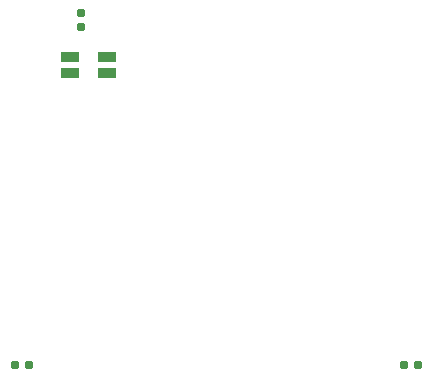
<source format=gbr>
%TF.GenerationSoftware,KiCad,Pcbnew,8.0.4*%
%TF.CreationDate,2024-12-06T19:36:15+01:00*%
%TF.ProjectId,MusicControllerV3,4d757369-6343-46f6-9e74-726f6c6c6572,rev?*%
%TF.SameCoordinates,Original*%
%TF.FileFunction,Paste,Top*%
%TF.FilePolarity,Positive*%
%FSLAX46Y46*%
G04 Gerber Fmt 4.6, Leading zero omitted, Abs format (unit mm)*
G04 Created by KiCad (PCBNEW 8.0.4) date 2024-12-06 19:36:15*
%MOMM*%
%LPD*%
G01*
G04 APERTURE LIST*
G04 Aperture macros list*
%AMRoundRect*
0 Rectangle with rounded corners*
0 $1 Rounding radius*
0 $2 $3 $4 $5 $6 $7 $8 $9 X,Y pos of 4 corners*
0 Add a 4 corners polygon primitive as box body*
4,1,4,$2,$3,$4,$5,$6,$7,$8,$9,$2,$3,0*
0 Add four circle primitives for the rounded corners*
1,1,$1+$1,$2,$3*
1,1,$1+$1,$4,$5*
1,1,$1+$1,$6,$7*
1,1,$1+$1,$8,$9*
0 Add four rect primitives between the rounded corners*
20,1,$1+$1,$2,$3,$4,$5,0*
20,1,$1+$1,$4,$5,$6,$7,0*
20,1,$1+$1,$6,$7,$8,$9,0*
20,1,$1+$1,$8,$9,$2,$3,0*%
G04 Aperture macros list end*
%ADD10RoundRect,0.160000X-0.197500X-0.160000X0.197500X-0.160000X0.197500X0.160000X-0.197500X0.160000X0*%
%ADD11R,1.500000X0.900000*%
%ADD12RoundRect,0.160000X0.160000X-0.197500X0.160000X0.197500X-0.160000X0.197500X-0.160000X-0.197500X0*%
%ADD13RoundRect,0.160000X0.197500X0.160000X-0.197500X0.160000X-0.197500X-0.160000X0.197500X-0.160000X0*%
G04 APERTURE END LIST*
D10*
%TO.C,R5*%
X179742500Y-65405000D03*
X180937500Y-65405000D03*
%TD*%
D11*
%TO.C,D1*%
X154585000Y-39305000D03*
X154585000Y-40705000D03*
X151485000Y-39305000D03*
X151485000Y-40705000D03*
%TD*%
D12*
%TO.C,R9*%
X152400000Y-36792500D03*
X152400000Y-35597500D03*
%TD*%
D13*
%TO.C,R4*%
X147955000Y-65405000D03*
X146760000Y-65405000D03*
%TD*%
M02*

</source>
